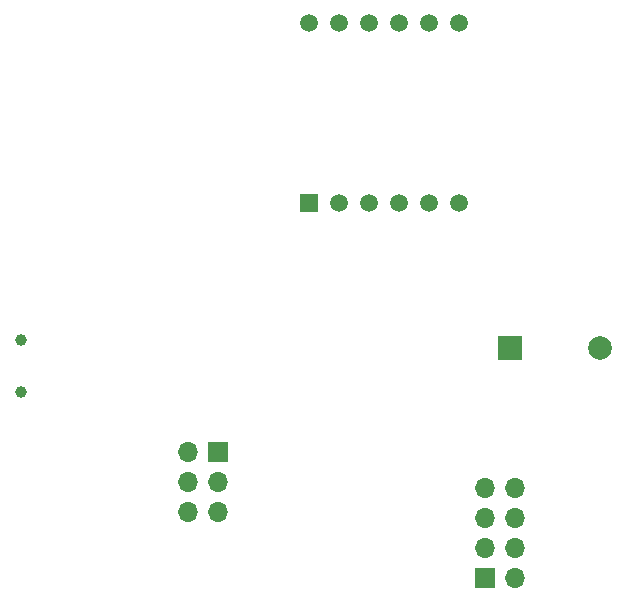
<source format=gbr>
%TF.GenerationSoftware,KiCad,Pcbnew,(7.0.0)*%
%TF.CreationDate,2023-05-03T17:51:18-06:00*%
%TF.ProjectId,Phase_B_Proto,50686173-655f-4425-9f50-726f746f2e6b,rev?*%
%TF.SameCoordinates,Original*%
%TF.FileFunction,Soldermask,Bot*%
%TF.FilePolarity,Negative*%
%FSLAX46Y46*%
G04 Gerber Fmt 4.6, Leading zero omitted, Abs format (unit mm)*
G04 Created by KiCad (PCBNEW (7.0.0)) date 2023-05-03 17:51:18*
%MOMM*%
%LPD*%
G01*
G04 APERTURE LIST*
%ADD10C,1.000000*%
%ADD11R,1.700000X1.700000*%
%ADD12O,1.700000X1.700000*%
%ADD13R,1.500000X1.500000*%
%ADD14C,1.500000*%
%ADD15C,2.000000*%
%ADD16R,2.000000X2.000000*%
G04 APERTURE END LIST*
D10*
%TO.C,J2*%
X147379000Y-81112000D03*
X147379000Y-85512000D03*
%TD*%
D11*
%TO.C,J1*%
X164103999Y-90591399D03*
D12*
X161563999Y-90591399D03*
X164103999Y-93131399D03*
X161563999Y-93131399D03*
X164103999Y-95671399D03*
X161563999Y-95671399D03*
%TD*%
D11*
%TO.C,J3*%
X186669999Y-101208999D03*
D12*
X189209999Y-101208999D03*
X186669999Y-98668999D03*
X189209999Y-98668999D03*
X186669999Y-96128999D03*
X189209999Y-96128999D03*
X186669999Y-93588999D03*
X189209999Y-93588999D03*
%TD*%
D13*
%TO.C,U1*%
X171754799Y-69494399D03*
D14*
X174294800Y-69494400D03*
X176834800Y-69494400D03*
X179374800Y-69494400D03*
X181914800Y-69494400D03*
X184454800Y-69494400D03*
X184454800Y-54254400D03*
X181914800Y-54254400D03*
X179374800Y-54254400D03*
X176834800Y-54254400D03*
X174294800Y-54254400D03*
X171754800Y-54254400D03*
%TD*%
D15*
%TO.C,LS1*%
X196392800Y-81737200D03*
D16*
X188792799Y-81737199D03*
%TD*%
M02*

</source>
